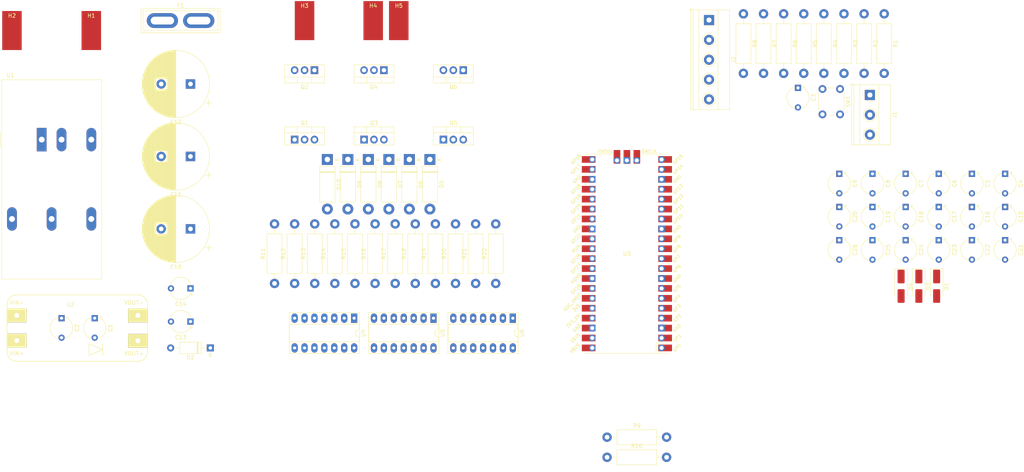
<source format=kicad_pcb>
(kicad_pcb (version 20221018) (generator pcbnew)
  (layers (0 "F.Cu" signal) (31 "B.Cu" signal) (34 "B.Paste" user) (35 "F.Paste" user) (36 "B.SilkS" user "B.Silkscreen") (37 "F.SilkS" user "F.Silkscreen") (38 "B.Mask" user) (39 "F.Mask" user) (44 "Edge.Cuts" user))
  (net 0 "")
  (net 1 "GND")
  (net 2 "+5V")
  (net 3 "THROTTLE")
  (net 4 "+12V")
  (net 5 "/gate/GND")
  (net 6 "Net-(D1-K)")
  (net 7 "COM_A")
  (net 8 "V_RAW")
  (net 9 "Net-(D3-K)")
  (net 10 "COM_B")
  (net 11 "Net-(D4-K)")
  (net 12 "COM_C")
  (net 13 "DRV_AH")
  (net 14 "DRV_AL")
  (net 15 "DRV_BH")
  (net 16 "DRV_BL")
  (net 17 "DRV_CH")
  (net 18 "DRV_CL")
  (net 19 "Net-(F1-Pad1)")
  (net 20 "Net-(J1-Pin_2)")
  (net 21 "Net-(J2-Pin_3)")
  (net 22 "Net-(J2-Pin_4)")
  (net 23 "Net-(J2-Pin_5)")
  (net 24 "Net-(Q1-G)")
  (net 25 "Net-(Q2-G)")
  (net 26 "Net-(Q3-G)")
  (net 27 "Net-(Q4-G)")
  (net 28 "Net-(Q5-G)")
  (net 29 "Net-(Q6-G)")
  (net 30 "HALL_C")
  (net 31 "HALL_B")
  (net 32 "HALL_A")
  (net 33 "VSENSE")
  (net 34 "Net-(U3-RUN)")
  (net 54 "CTRL_AH")
  (net 55 "CTRL_AL")
  (net 57 "CTRL_BH")
  (net 58 "CTRL_BL")
  (net 59 "CTRL_CH")
  (net 60 "CTRL_CL")
  (footprint "Connector_Wire:SolderWirePad_1x01_SMD_5x10mm" (layer "F.Cu") (at 124.46 48.26)
    (fp_text reference "H5" (at 0 -3.81) (layer "F.SilkS"))
    (fp_text value "PAD_C")
    (pad "1" smd rect (at 0 0) (size 5 10) (layers "F.Cu" "F.Paste" "F.Mask") (net 12 "COM_C"))
  )
  (footprint "Diode_SMD:D_SMA_Handsoldering" (layer "F.Cu") (at 262.195 116.29 -90)
    (fp_text reference "D1" (at 0 -2.5 90) (layer "F.SilkS"))
    (fp_text value "D")
    (pad "1" smd roundrect (at -2.5 0 270) (size 3.5 1.8) (layers "F.Cu" "F.Paste" "F.Mask") (roundrect_rratio 0.1388888889) (net 6 "Net-(D1-K)"))
    (pad "2" smd roundrect (at 2.5 0 270) (size 3.5 1.8) (layers "F.Cu" "F.Paste" "F.Mask") (roundrect_rratio 0.1388888889) (net 4 "+12V"))
  )
  (footprint "Package_TO_SOT_THT:TO-220-3_Vertical" (layer "F.Cu") (at 135.89 78.74)
    (fp_text reference "Q5" (at 2.54 -4.27) (layer "F.SilkS"))
    (fp_text value "BSP89")
    (pad "1" thru_hole rect (at 0 0) (size 1.905 2) (drill 1.1) (layers "*.Cu" "*.Mask") (net 28 "Net-(Q5-G)"))
    (pad "2" thru_hole oval (at 2.54 0) (size 1.905 2) (drill 1.1) (layers "*.Cu" "*.Mask") (net 8 "V_RAW"))
    (pad "3" thru_hole oval (at 5.08 0) (size 1.905 2) (drill 1.1) (layers "*.Cu" "*.Mask") (net 12 "COM_C"))
  )
  (footprint "Capacitor_THT:CP_Radial_Tantal_D5.5mm_P5.00mm" (layer "F.Cu") (at 279.725 87.495 -90)
    (fp_text reference "C4" (at 2.5 -4 90) (layer "F.SilkS"))
    (fp_text value "100n")
    (pad "1" thru_hole rect (at 0 0 270) (size 1.6 1.6) (drill 0.8) (layers "*.Cu" "*.Mask") (net 4 "+12V"))
    (pad "2" thru_hole circle (at 5 0 270) (size 1.6 1.6) (drill 0.8) (layers "*.Cu" "*.Mask") (net 5 "/gate/GND"))
  )
  (footprint "Connector_Wire:SolderWirePad_1x01_SMD_5x10mm" (layer "F.Cu") (at 25.4 50.8)
    (fp_text reference "H2" (at 0 -3.81) (layer "F.SilkS"))
    (fp_text value "GND")
    (pad "1" smd rect (at 0 0) (size 5 10) (layers "F.Cu" "F.Paste" "F.Mask") (net 1 "GND"))
  )
  (footprint "Package_DIP:DIP-14_W7.62mm_Socket_LongPads" (layer "F.Cu") (at 133.35 124.47 -90)
    (fp_text reference "U5" (at 3.81 -2.33 90) (layer "F.SilkS"))
    (fp_text value "IR2110")
    (pad "1" thru_hole rect (at 0 0 270) (size 2.4 1.6) (drill 0.8) (layers "*.Cu" "*.Mask") (net 16 "DRV_BL"))
    (pad "2" thru_hole oval (at 0 2.54 270) (size 2.4 1.6) (drill 0.8) (layers "*.Cu" "*.Mask"))
    (pad "3" thru_hole oval (at 0 5.08 270) (size 2.4 1.6) (drill 0.8) (layers "*.Cu" "*.Mask") (net 4 "+12V"))
    (pad "4" thru_hole oval (at 0 7.62 270) (size 2.4 1.6) (drill 0.8) (layers "*.Cu" "*.Mask"))
    (pad "5" thru_hole oval (at 0 10.16 270) (size 2.4 1.6) (drill 0.8) (layers "*.Cu" "*.Mask") (net 10 "COM_B"))
    (pad "6" thru_hole oval (at 0 12.7 270) (size 2.4 1.6) (drill 0.8) (layers "*.Cu" "*.Mask") (net 9 "Net-(D3-K)"))
    (pad "7" thru_hole oval (at 0 15.24 270) (size 2.4 1.6) (drill 0.8) (layers "*.Cu" "*.Mask") (net 15 "DRV_BH"))
    (pad "8" thru_hole oval (at 7.62 15.24 270) (size 2.4 1.6) (drill 0.8) (layers "*.Cu" "*.Mask"))
    (pad "9" thru_hole oval (at 7.62 12.7 270) (size 2.4 1.6) (drill 0.8) (layers "*.Cu" "*.Mask") (net 4 "+12V"))
    (pad "10" thru_hole oval (at 7.62 10.16 270) (size 2.4 1.6) (drill 0.8) (layers "*.Cu" "*.Mask") (net 57 "CTRL_BH"))
    (pad "11" thru_hole oval (at 7.62 7.62 270) (size 2.4 1.6) (drill 0.8) (layers "*.Cu" "*.Mask"))
    (pad "12" thru_hole oval (at 7.62 5.08 270) (size 2.4 1.6) (drill 0.8) (layers "*.Cu" "*.Mask") (net 58 "CTRL_BL"))
    (pad "13" thru_hole oval (at 7.62 2.54 270) (size 2.4 1.6) (drill 0.8) (layers "*.Cu" "*.Mask"))
    (pad "14" thru_hole oval (at 7.62 0 270) (size 2.4 1.6) (drill 0.8) (layers "*.Cu" "*.Mask"))
  )
  (footprint "Diode_THT:D_5W_P12.70mm_Horizontal" (layer "F.Cu") (at 132.42 83.82 -90)
    (fp_text reference "D5" (at 6.35 -2.97 90) (layer "F.SilkS"))
    (fp_text value "D_Zener")
    (fp_text user "K" (at 0 -2.4 90) (layer "F.SilkS"))
    (pad "1" thru_hole rect (at 0 0 270) (size 2.8 2.8) (drill 1.4) (layers "*.Cu" "*.Mask") (net 13 "DRV_AH"))
    (pad "2" thru_hole oval (at 12.7 0 270) (size 2.8 2.8) (drill 1.4) (layers "*.Cu" "*.Mask") (net 7 "COM_A"))
  )
  (footprint "Capacitor_THT:CP_Radial_Tantal_D5.5mm_P5.00mm" (layer "F.Cu") (at 71.12 125.33 180)
    (fp_text reference "C13" (at 2.5 -4) (layer "F.SilkS"))
    (fp_text value "1uF")
    (pad "1" thru_hole rect (at 0 0 180) (size 1.6 1.6) (drill 0.8) (layers "*.Cu" "*.Mask") (net 8 "V_RAW"))
    (pad "2" thru_hole circle (at 5 0 180) (size 1.6 1.6) (drill 0.8) (layers "*.Cu" "*.Mask") (net 1 "GND"))
  )
  (footprint "Connector_Wire:SolderWirePad_1x01_SMD_5x10mm" (layer "F.Cu") (at 117.91 48.26)
    (fp_text reference "H4" (at 0 -3.81) (layer "F.SilkS"))
    (fp_text value "PAD_B")
    (pad "1" smd rect (at 0 0) (size 5 10) (layers "F.Cu" "F.Paste" "F.Mask") (net 10 "COM_B"))
  )
  (footprint "Capacitor_THT:CP_Radial_D17.0mm_P7.50mm" (layer "F.Cu") (at 71.12 83.05 180)
    (fp_text reference "C11" (at 3.75 -9.75) (layer "F.SilkS"))
    (fp_text value "470uF")
    (pad "1" thru_hole rect (at 0 0 180) (size 2.4 2.4) (drill 1.2) (layers "*.Cu" "*.Mask") (net 8 "V_RAW"))
    (pad "2" thru_hole circle (at 7.5 0 180) (size 2.4 2.4) (drill 1.2) (layers "*.Cu" "*.Mask") (net 1 "GND"))
  )
  (footprint "Resistor_THT:R_Axial_DIN0411_L9.9mm_D3.6mm_P15.24mm_Horizontal" (layer "F.Cu") (at 233.32 46.53 -90)
    (fp_text reference "R4" (at 7.62 -2.92 90) (layer "F.SilkS"))
    (fp_text value "2,2k")
    (pad "1" thru_hole circle (at 0 0 270) (size 2.4 2.4) (drill 1.2) (layers "*.Cu" "*.Mask") (net 23 "Net-(J2-Pin_5)"))
    (pad "2" thru_hole oval (at 15.24 0 270) (size 2.4 2.4) (drill 1.2) (layers "*.Cu" "*.Mask") (net 30 "HALL_C"))
  )
  (footprint "Package_TO_SOT_THT:TO-220-3_Vertical" (layer "F.Cu") (at 120.65 60.96 180)
    (fp_text reference "Q4" (at 2.54 -4.27) (layer "F.SilkS"))
    (fp_text value "BSP89")
    (pad "1" thru_hole rect (at 0 0 180) (size 1.905 2) (drill 1.1) (layers "*.Cu" "*.Mask") (net 27 "Net-(Q4-G)"))
    (pad "2" thru_hole oval (at 2.54 0 180) (size 1.905 2) (drill 1.1) (layers "*.Cu" "*.Mask") (net 10 "COM_B"))
    (pad "3" thru_hole oval (at 5.08 0 180) (size 1.905 2) (drill 1.1) (layers "*.Cu" "*.Mask") (net 1 "GND"))
  )
  (footprint "Diode_THT:D_A-405_P10.16mm_Horizontal" (layer "F.Cu") (at 76.2 132.08 180)
    (fp_text reference "D2" (at 5.08 -2.47) (layer "F.SilkS"))
    (fp_text value "B120-E3")
    (fp_text user "K" (at 0 -1.9) (layer "F.SilkS"))
    (pad "1" thru_hole rect (at 0 0 180) (size 1.8 1.8) (drill 0.9) (layers "*.Cu" "*.Mask") (net 8 "V_RAW"))
    (pad "2" thru_hole oval (at 10.16 0 180) (size 1.8 1.8) (drill 0.9) (layers "*.Cu" "*.Mask") (net 1 "GND"))
  )
  (footprint "Resistor_THT:R_Axial_DIN0411_L9.9mm_D3.6mm_P15.24mm_Horizontal" (layer "F.Cu") (at 248.77 46.53 -90)
    (fp_text reference "R1" (at 7.62 -2.92 90) (layer "F.SilkS"))
    (fp_text value "47k")
    (pad "1" thru_hole circle (at 0 0 270) (size 2.4 2.4) (drill 1.2) (layers "*.Cu" "*.Mask") (net 20 "Net-(J1-Pin_2)"))
    (pad "2" thru_hole oval (at 15.24 0 270) (size 2.4 2.4) (drill 1.2) (layers "*.Cu" "*.Mask") (net 3 "THROTTLE"))
  )
  (footprint "TerminalBlock_Phoenix:TerminalBlock_Phoenix_MKDS-1,5-3-5.08_1x03_P5.08mm_Horizontal" (layer "F.Cu") (at 245.11 67.31 -90)
    (fp_text reference "J1" (at 5.08 -6.26 90) (layer "F.SilkS"))
    (fp_text value "Screw_Terminal_01x03")
    (pad "1" thru_hole rect (at 0 0 270) (size 2.6 2.6) (drill 1.3) (layers "*.Cu" "*.Mask") (net 1 "GND"))
    (pad "2" thru_hole circle (at 5.08 0 270) (size 2.6 2.6) (drill 1.3) (layers "*.Cu" "*.Mask") (net 20 "Net-(J1-Pin_2)"))
    (pad "3" thru_hole circle (at 10.16 0 270) (size 2.6 2.6) (drill 1.3) (layers "*.Cu" "*.Mask") (net 2 "+5V"))
  )
  (footprint "Capacitor_THT:CP_Radial_Tantal_D5.5mm_P5.00mm" (layer "F.Cu") (at 245.765 87.495 -90)
    (fp_text reference "C8" (at 2.5 -4 90) (layer "F.SilkS"))
    (fp_text value "1u")
    (pad "1" thru_hole rect (at 0 0 270) (size 1.6 1.6) (drill 0.8) (layers "*.Cu" "*.Mask") (net 6 "Net-(D1-K)"))
    (pad "2" thru_hole circle (at 5 0 270) (size 1.6 1.6) (drill 0.8) (layers "*.Cu" "*.Mask") (net 7 "COM_A"))
  )
  (footprint "Resistor_THT:R_Axial_DIN0411_L9.9mm_D3.6mm_P15.24mm_Horizontal" (layer "F.Cu") (at 133.84 115.57 90)
    (fp_text reference "R19" (at 7.62 -2.92 90) (layer "F.SilkS"))
    (fp_text value "10k")
    (pad "1" thru_hole circle (at 0 0 90) (size 2.4 2.4) (drill 1.2) (layers "*.Cu" "*.Mask") (net 10 "COM_B"))
    (pad "2" thru_hole oval (at 15.24 0 90) (size 2.4 2.4) (drill 1.2) (layers "*.Cu" "*.Mask") (net 26 "Net-(Q3-G)"))
  )
  (footprint "Resistor_THT:R_Axial_DIN0411_L9.9mm_D3.6mm_P15.24mm_Horizontal" (layer "F.Cu") (at 113.24 115.57 90)
    (fp_text reference "R15" (at 7.62 -2.92 90) (layer "F.SilkS"))
    (fp_text value "100")
    (pad "1" thru_hole circle (at 0 0 90) (size 2.4 2.4) (drill 1.2) (layers "*.Cu" "*.Mask") (net 17 "DRV_CH"))
    (pad "2" thru_hole oval (at 15.24 0 90) (size 2.4 2.4) (drill 1.2) (layers "*.Cu" "*.Mask") (net 28 "Net-(Q5-G)"))
  )
  (footprint "Capacitor_THT:CP_Radial_Tantal_D5.5mm_P5.00mm" (layer "F.Cu") (at 237.275 95.985 -90)
    (fp_text reference "C20" (at 2.5 -4 90) (layer "F.SilkS"))
    (fp_text value "1u")
    (pad "1" thru_hole rect (at 0 0 270) (size 1.6 1.6) (drill 0.8) (layers "*.Cu" "*.Mask") (net 9 "Net-(D3-K)"))
    (pad "2" thru_hole circle (at 5 0 270) (size 1.6 1.6) (drill 0.8) (layers "*.Cu" "*.Mask") (net 10 "COM_B"))
  )
  (footprint "TerminalBlock_Phoenix:TerminalBlock_Phoenix_MKDS-1,5-5-5.08_1x05_P5.08mm_Horizontal" (layer "F.Cu") (at 203.91 48.12 -90)
    (fp_text reference "J2" (at 10.16 -6.26 90) (layer "F.SilkS"))
    (fp_text value "Screw_Terminal_01x05")
    (pad "1" thru_hole rect (at 0 0 270) (size 2.6 2.6) (drill 1.3) (layers "*.Cu" "*.Mask") (net 1 "GND"))
    (pad "2" thru_hole circle (at 5.08 0 270) (size 2.6 2.6) (drill 1.3) (layers "*.Cu" "*.Mask") (net 2 "+5V"))
    (pad "3" thru_hole circle (at 10.16 0 270) (size 2.6 2.6) (drill 1.3) (layers "*.Cu" "*.Mask") (net 21 "Net-(J2-Pin_3)"))
    (pad "4" thru_hole circle (at 15.24 0 270) (size 2.6 2.6) (drill 1.3) (layers "*.Cu" "*.Mask") (net 22 "Net-(J2-Pin_4)"))
    (pad "5" thru_hole circle (at 20.32 0 270) (size 2.6 2.6) (drill 1.3) (layers "*.Cu" "*.Mask") (net 23 "Net-(J2-Pin_5)"))
  )
  (footprint "Resistor_THT:R_Axial_DIN0411_L9.9mm_D3.6mm_P15.24mm_Horizontal" (layer "F.Cu") (at 228.17 46.53 -90)
    (fp_text reference "R5" (at 7.62 -2.92 90) (layer "F.SilkS"))
    (fp_text value "2,2k")
    (pad "1" thru_hole circle (at 0 0 270) (size 2.4 2.4) (drill 1.2) (layers "*.Cu" "*.Mask") (net 2 "+5V"))
    (pad "2" thru_hole oval (at 15.24 0 270) (size 2.4 2.4) (drill 1.2) (layers "*.Cu" "*.Mask") (net 22 "Net-(J2-Pin_4)"))
  )
  (footprint "Capacitor_THT:CP_Radial_Tantal_D5.5mm_P5.00mm" (layer "F.Cu") (at 271.235 104.475 -90)
    (fp_text reference "C22" (at 2.5 -4 90) (layer "F.SilkS"))
    (fp_text value "1u")
    (pad "1" thru_hole rect (at 0 0 270) (size 1.6 1.6) (drill 0.8) (layers "*.Cu" "*.Mask") (net 4 "+12V"))
    (pad "2" thru_hole circle (at 5 0 270) (size 1.6 1.6) (drill 0.8) (layers "*.Cu" "*.Mask") (net 5 "/gate/GND"))
  )
  (footprint "Diode_THT:D_5W_P12.70mm_Horizontal" (layer "F.Cu") (at 106.17 83.82 -90)
    (fp_text reference "D10" (at 6.35 -2.97 90) (layer "F.SilkS"))
    (fp_text value "D_Zener")
    (fp_text user "K" (at 0 -2.4 90) (layer "F.SilkS"))
    (pad "1" thru_hole rect (at 0 0 270) (size 2.8 2.8) (drill 1.4) (layers "*.Cu" "*.Mask") (net 18 "DRV_CL"))
    (pad "2" thru_hole oval (at 12.7 0 270) (size 2.8 2.8) (drill 1.4) (layers "*.Cu" "*.Mask") (net 1 "GND"))
  )
  (footprint "Converter_DCDC:Converter_DCDC_TRACO_TEN20-xxxx_THT" (layer "F.Cu") (at 33.02 78.74)
    (fp_text reference "U1" (at -8 -16.5) (layer "F.SilkS"))
    (fp_text value "TEN20-4811WIN")
    (pad "1" thru_hole rect (at 0 0 90) (size 6 2.5) (drill 1.5) (layers "*.Cu" "*.Mask") (net 8 "V_RAW"))
    (pad "2" thru_hole oval (at 5.08 0 90) (size 6 2.5) (drill 1.5) (layers "*.Cu" "*.Mask") (net 1 "GND"))
    (pad "3" thru_hole oval (at -7.62 20.32 90) (size 6 2.5) (drill 1.5) (layers "*.Cu" "*.Mask") (net 2 "+5V"))
    (pad "4" thru_hole oval (at 2.54 20.32 90) (size 6 2.5) (drill 1.5) (layers "*.Cu" "*.Mask"))
    (pad "5" thru_hole oval (at 12.7 20.32 90) (size 6 2.5) (drill 1.5) (layers "*.Cu" "*.Mask") (net 1 "GND"))
    (pad "6" thru_hole oval (at 12.7 0 90) (size 6 2.5) (drill 1.5) (layers "*.Cu" "*.Mask"))
  )
  (footprint "Capacitor_THT:CP_Radial_Tantal_D5.5mm_P5.00mm" (layer "F.Cu") (at 254.255 95.985 -90)
    (fp_text reference "C18" (at 2.5 -4 90) (layer "F.SilkS"))
    (fp_text value "100n")
    (pad "1" thru_hole rect (at 0 0 270) (size 1.6 1.6) (drill 0.8) (layers "*.Cu" "*.Mask") (net 9 "Net-(D3-K)"))
    (pad "2" thru_hole circle (at 5 0 270) (size 1.6 1.6) (drill 0.8) (layers "*.Cu" "*.Mask") (net 10 "COM_B"))
  )
  (footprint "Package_TO_SOT_THT:TO-220-3_Vertical" (layer "F.Cu") (at 102.87 60.96 180)
    (fp_text reference "Q2" (at 2.54 -4.27) (layer "F.SilkS"))
    (fp_text value "BSP89")
    (pad "1" thru_hole rect (at 0 0 180) (size 1.905 2) (drill 1.1) (layers "*.Cu" "*.Mask") (net 25 "Net-(Q2-G)"))
    (pad "2" thru_hole oval (at 2.54 0 180) (size 1.905 2) (drill 1.1) (layers "*.Cu" "*.Mask") (net 7 "COM_A"))
    (pad "3" thru_hole oval (at 5.08 0 180) (size 1.905 2) (drill 1.1) (layers "*.Cu" "*.Mask") (net 1 "GND"))
  )
  (footprint "Diode_THT:D_5W_P12.70mm_Horizontal" (layer "F.Cu") (at 116.67 83.82 -90)
    (fp_text reference "D8" (at 6.35 -2.97 90) (layer "F.SilkS"))
    (fp_text value "D_Zener")
    (fp_text user "K" (at 0 -2.4 90) (layer "F.SilkS"))
    (pad "1" thru_hole rect (at 0 0 270) (size 2.8 2.8) (drill 1.4) (layers "*.Cu" "*.Mask") (net 16 "DRV_BL"))
    (pad "2" thru_hole oval (at 12.7 0 270) (size 2.8 2.8) (drill 1.4) (layers "*.Cu" "*.Mask") (net 1 "GND"))
  )
  (footprint "Resistor_THT:R_Axial_DIN0411_L9.9mm_D3.6mm_P15.24mm_Horizontal" (layer "F.Cu") (at 108.09 115.57 90)
    (fp_text reference "R14" (at 7.62 -2.92 90) (layer "F.SilkS"))
    (fp_text value "100")
    (pad "1" thru_hole circle (at 0 0 90) (size 2.4 2.4) (drill 1.2) (layers "*.Cu" "*.Mask") (net 16 "DRV_BL"))
    (pad "2" thru_hole oval (at 15.24 0 90) (size 2.4 2.4) (drill 1.2) (layers "*.Cu" "*.Mask") (net 27 "Net-(Q4-G)"))
  )
  (footprint "Package_TO_SOT_THT:TO-220-3_Vertical" (layer "F.Cu") (at 140.97 60.96 180)
    (fp_text reference "Q6" (at 2.54 -4.27) (layer "F.SilkS"))
    (fp_text value "BSP89")
    (pad "1" thru_hole rect (at 0 0 180) (size 1.905 2) (drill 1.1) (layers "*.Cu" "*.Mask") (net 29 "Net-(Q6-G)"))
    (pad "2" thru_hole oval (at 2.54 0 180) (size 1.905 2) (drill 1.1) (layers "*.Cu" "*.Mask") (net 12 "COM_C"))
    (pad "3" thru_hole oval (at 5.08 0 180) (size 1.905 2) (drill 1.1) (layers "*.Cu" "*.Mask") (net 1 "GND"))
  )
  (footprint "Capacitor_THT:CP_Radial_Tantal_D5.5mm_P5.00mm" (layer "F.Cu") (at 38.1 124.46 -90)
    (fp_text reference "C2" (at 2.5 -4 90) (layer "F.SilkS"))
    (fp_text value "100nF")
    (pad "1" thru_hole rect (at 0 0 270) (size 1.6 1.6) (drill 0.8) (layers "*.Cu" "*.Mask") (net 1 "GND"))
    (pad "2" thru_hole circle (at 5 0 270) (size 1.6 1.6) (drill 0.8) (layers "*.Cu" "*.Mask") (net 2 "+5V"))
  )
  (footprint "Capacitor_THT:CP_Radial_Tantal_D5.5mm_P5.00mm" (layer "F.Cu") (at 262.745 95.985 -90)
    (fp_text reference "C17" (at 2.5 -4 90) (layer "F.SilkS"))
    (fp_text value "100n")
    (pad "1" thru_hole rect (at 0 0 270) (size 1.6 1.6) (drill 0.8) (layers "*.Cu" "*.Mask") (net 4 "+12V"))
    (pad "2" thru_hole circle (at 5 0 270) (size 1.6 1.6) (drill 0.8) (layers "*.Cu" "*.Mask") (net 5 "/gate/GND"))
  )
  (footprint "Package_TO_SOT_THT:TO-220-3_Vertical" (layer "F.Cu") (at 115.57 78.74)
    (fp_text reference "Q3" (at 2.54 -4.27) (layer "F.SilkS"))
    (fp_text value "BSP89")
    (pad "1" thru_hole rect (at 0 0) (size 1.905 2) (drill 1.1) (layers "*.Cu" "*.Mask") (net 26 "Net-(Q3-G)"))
    (pad "2" thru_hole oval (at 2.54 0) (size 1.905 2) (drill 1.1) (layers "*.Cu" "*.Mask") (net 8 "V_RAW"))
    (pad "3" thru_hole oval (at 5.08 0) (size 1.905 2) (drill 1.1) (layers "*.Cu" "*.Mask") (net 10 "COM_B"))
  )
  (footprint "Resistor_THT:R_Axial_DIN0411_L9.9mm_D3.6mm_P15.24mm_Horizontal" (layer "F.Cu") (at 123.54 115.57 90)
    (fp_text reference "R17" (at 7.62 -2.92 90) (layer "F.SilkS"))
    (fp_text value "10k")
    (pad "1" thru_hole circle (at 0 0 90) (size 2.4 2.4) (drill 1.2) (layers "*.Cu" "*.Mask") (net 7 "COM_A"))
    (pad "2" thru_hole oval (at 15.24 0 90) (size 2.4 2.4) (drill 1.2) (layers "*.Cu" "*.Mask") (net 24 "Net-(Q1-G)"))
  )
  (footprint "Capacitor_THT:CP_Radial_Tantal_D5.5mm_P5.00mm" (layer "F.Cu") (at 262.745 104.475 -90)
    (fp_text reference "C23" (at 2.5 -4 90) (layer "F.SilkS"))
    (fp_text value "100n")
    (pad "1" thru_hole rect (at 0 0 270) (size 1.6 1.6) (drill 0.8) (layers "*.Cu" "*.Mask") (net 4 "+12V"))
    (pad "2" thru_hole circle (at 5 0 270) (size 1.6 1.6) (drill 0.8) (layers "*.Cu" "*.Mask") (net 5 "/gate/GND"))
  )
  (footprint "Capacitor_THT:CP_Radial_Tantal_D5.5mm_P5.00mm" (layer "F.Cu") (at 237.275 87.495 -90)
    (fp_text reference "C9" (at 2.5 -4 90) (layer "F.SilkS"))
    (fp_text value "1u")
    (pad "1" thru_hole rect (at 0 0 270) (size 1.6 1.6) (drill 0.8) (layers "*.Cu" "*.Mask") (net 4 "+12V"))
    (pad "2" thru_hole circle (at 5 0 270) (size 1.6 1.6) (drill 0.8) (layers "*.Cu" "*.Mask") (net 5 "/gate/GND"))
  )
  (footprint "Resistor_THT:R_Axial_DIN0411_L9.9mm_D3.6mm_P15.24mm_Horizontal" (layer "F.Cu") (at 243.62 46.53 -90)
    (fp_text reference "R2" (at 7.62 -2.92 90) (layer "F.SilkS"))
    (fp_text value "47k")
    (pad "1" thru_hole circle (at 0 0 270) (size 2.4 2.4) (drill 1.2) (layers "*.Cu" "*.Mask") (net 3 "THROTTLE"))
    (pad "2" thru_hole oval (at 15.24 0 270) (size 2.4 2.4) (drill 1.2) (layers "*.Cu" "*.Mask") (net 1 "GND"))
  )
  (footprint "Resistor_THT:R_Axial_DIN0411_L9.9mm_D3.6mm_P15.24mm_Horizontal" (layer "F.Cu") (at 212.72 46.53 -90)
    (fp_text reference "R8" (at 7.62 -2.92 90) (layer "F.SilkS"))
    (fp_text value "2,2k")
    (pad "1" thru_hole circle (at 0 0 270) (size 2.4 2.4) (drill 1.2) (layers "*.Cu" "*.Mask") (net 21 "Net-(J2-Pin_3)"))
    (pad "2" thru_hole oval (at 15.24 0 270) (size 2.4 2.4) (drill 1.2) (layers "*.Cu" "*.Mask") (net 32 "HALL_A"))
  )
  (footprint "Capacitor_THT:CP_Radial_Tantal_D5.5mm_P5.00mm" (layer "F.Cu") (at 279.725 95.985 -90)
    (fp_text reference "C15" (at 2.5 -4 90) (layer "F.SilkS"))
    (fp_text value "100n")
    (pad "1" thru_hole rect (at 0 0 270) (size 1.6 1.6) (drill 0.8) (layers "*.Cu" "*.Mask") (net 4 "+12V"))
    (pad "2" thru_hole circle (at 5 0 270) (size 1.6 1.6) (drill 0.8) (layers "*.Cu" "*.Mask") (net 5 "/gate/GND"))
  )
  (footprint "Capacitor_THT:CP_Radial_Tantal_D5.5mm_P5.00mm" (layer "F.Cu") (at 245.765 104.475 -90)
    (fp_text reference "C25" (at 2.5 -4 90) (layer "F.SilkS"))
    (fp_text value "1u")
    (pad "1" thru_hole rect (at 0 0 270) (size 1.6 1.6) (drill 0.8) (layers "*.Cu" "*.Mask") (net 4 "+12V"))
    (pad "2" thru_hole circle (at 5 0 270) (size 1.6 1.6) (drill 0.8) (layers "*.Cu" "*.Mask") (net 5 "/gate/GND"))
  )
  (footprint "Capacitor_THT:CP_Radial_Tantal_D5.5mm_P5.00mm" (layer "F.Cu") (at 46.59 124.46 -90)
    (fp_text reference "C1" (at 2.5 -4 90) (layer "F.SilkS"))
    (fp_text value "100nF")
    (pad "1" thru_hole rect (at 0 0 270) (size 1.6 1.6) (drill 0.8) (layers "*.Cu" "*.Mask") (net 1 "GND"))
    (pad "2" thru_hole circle (at 5 0 270) (size 1.6 1.6) (drill 0.8) (layers "*.Cu" "*.Mask") (net 2 "+5V"))
  )
  (footprint "Button_Switch_THT:SW_PUSH_6mm" (layer "F.Cu") (at 237.46 65.77 -90)
    (fp_text reference "SW1" (at 3.25 -2 90) (layer "F.SilkS"))
    (fp_text value "SW_Push")
    (pad "1" thru_hole circle (at 0 0) (size 2 2) (drill 1.1) (layers "*.Cu" "*.Mask") (net 34 "Net-(U3-RUN)"))
    (pad "1" thru_hole circle (at 6.5 0) (size 2 2) (drill 1.1) (layers "*.Cu" "*.Mask") (net 34 "Net-(U3-RUN)"))
    (pad "2" thru_hole circle (at 0 4.5) (size 2 2) (drill 1.1) (layers "*.Cu" "*.Mask") (net 1 "GND"))
    (pad "2" thru_hole circle (at 6.5 4.5) (size 2 2) (drill 1.1) (layers "*.Cu" "*.Mask") (net 1 "GND"))
  )
  (footprint "Resistor_THT:R_Axial_DIN0411_L9.9mm_D3.6mm_P15.24mm_Horizontal" (layer "F.Cu") (at 128.69 115.57 90)
    (fp_text reference "R18" (at 7.62 -2.92 90) (layer "F.SilkS"))
    (fp_text value "10k")
    (pad "1" thru_hole circle (at 0 0 90) (size 2.4 2.4) (drill 1.2) (layers "*.Cu" "*.Mask") (net 1 "GND"))
    (pad "2" thru_hole oval (at 15.24 0 90) (size 2.4 2.4) (drill 1.2) (layers "*.Cu" "*.Mask") (net 25 "Net-(Q2-G)"))
  )
  (footprint "Capacitor_THT:CP_Radial_Tantal_D5.5mm_P5.00mm" (layer "F.Cu") (at 226.69 65.49 -90)
    (fp_text reference "C3" (at 2.5 -4 90) (layer "F.SilkS"))
    (fp_text value "22nF")
    (pad "1" thru_hole rect (at 0 0 270) (size 1.6 1.6) (drill 0.8) (layers "*.Cu" "*.Mask") (net 3 "THROTTLE"))
    (pad "2" thru_hole circle (at 5 0 270) (size 1.6 1.6) (drill 0.8) (layers "*.Cu" "*.Mask") (net 1 "GND"))
  )
  (footprint "Connector_Wire:SolderWirePad_1x01_SMD_5x10mm" (layer "F.Cu") (at 45.72 50.8)
    (fp_text reference "H1" (at 0 -3.81) (layer "F.SilkS"))
    (fp_text value "V_RAW")
    (pad "1" smd rect (at 0 0) (size 5 10) (layers "F.Cu" "F.Paste" "F.Mask") (net 19 "Net-(F1-Pad1)"))
  )
  (footprint "Capacitor_THT:CP_Radial_Tantal_D5.5mm_P5.00mm" (layer "F.Cu") (at 271.235 95.985 -90)
    (fp_text reference "C16" (at 2.5 -4 90) (layer "F.SilkS"))
    (fp_text value "1u")
    (pad "1" thru_hole rect (at 0 0 270) (size 1.6 1.6) (drill 0.8) (layers "*.Cu" "*.Mask") (net 4 "+12V"))
    (pad "2" thru_hole circle (at 5 0 270) (size 1.6 1.6) (drill 0.8) (layers "*.Cu" "*.Mask") (net 5 "/gate/GND"))
  )
  (footprint "Capacitor_THT:CP_Radial_Tantal_D5.5mm_P5.00mm" (layer "F.Cu") (at 271.235 87.495 -90)
    (fp_text reference "C5" (at 2.5 -4 90) (layer "F.SilkS"))
    (fp_text value "1u")
    (pad "1" thru_hole rect (at 0 0 270) (size 1.6 1.6) (drill 0.8) (layers "*.Cu" "*.Mask") (net 4 "+12V"))
    (pad "2" thru_hole circle (at 5 0 270) (size 1.6 1.6) (drill 0.8) (layers "*.Cu" "*.Mask") (net 5 "/gate/GND"))
  )
  (footprint "Capacitor_THT:CP_Radial_Tantal_D5.5mm_P5.00mm" (layer "F.Cu") (at 254.255 104.475 -90)
    (fp_text reference "C24" (at 2.5 -4 90) (layer "F.SilkS"))
    (fp_text value "100n")
    (pad "1" thru_hole rect (at 0 0 270) (size 1.6 1.6) (drill 0.8) (layers "*.Cu" "*.Mask") (net 11 "Net-(D4-K)"))
    (pad "2" thru_hole circle (at 5 0 270) (size 1.6 1.6) (drill 0.8) (layers "*.Cu" "*.Mask") (net 12 "COM_C"))
  )
  (footprint "Capacitor_THT:CP_Radial_Tantal_D5.5mm_P5.00mm" (layer "F.Cu") (at 262.745 87.495 -90)
    (fp_text reference "C6" (at 2.5 -4 90) (layer "F.SilkS"))
    (fp_text value "100n")
    (pad "1" thru_hole rect (at 0 0 270) (size 1.6 1.6) (drill 0.8) (layers "*.Cu" "*.Mask") (net 6 "Net-(D1-K)"))
    (pad "2" thru_hole circle (at 5 0 270) (size 1.6 1.6) (drill 0.8) (layers "*.Cu" "*.Mask") (net 7 "COM_A"))
  )
  (footprint "MCU_RaspberryPi_and_Boards:RPi_Pico_SMD_TH" (layer "F.Cu") (at 182.88 107.95 180)
    (fp_text reference "U3" (at 0 0) (layer "F.SilkS"))
    (fp_text value "~")
    (fp_text user "GP17" (at 13.054 21.59 45) (layer "F.SilkS") (effects (font (size 0.8 0.8))))
    (fp_text user "GP20" (at 13.054 11.43 45) (layer "F.SilkS") (effects (font (size 0.8 0.8))))
    (fp_text user "GP1" (at -12.9 -21.6 45) (layer "F.SilkS") (effects (font (size 0.8 0.8))))
    (fp_text user "GP11" (at -13.2 11.43 45) (layer "F.SilkS") (effects (font (size 0.8 0.8))))
    (fp_text user "GP0" (at -12.8 -24.13 45) (layer "F.SilkS") (effects (font (size 0.8 0.8))))
    (fp_text user "GP16" (at 13.054 24.13 45) (layer "F.SilkS") (effects (font (size 0.8 0.8))))
    (fp_text user "GND" (at -12.8 -19.05 45) (layer "F.SilkS") (effects (font (size 0.8 0.8))))
    (fp_text user "GP28" (at 13.054 -9.144 45) (layer "F.SilkS") (effects (font (size 0.8 0.8))))
    (fp_text user "GP3" (at -12.8 -13.97 45) (layer "F.SilkS") (effects (font (size 0.8 0.8))))
    (fp_text user "GND" (at -12.8 6.35 45) (layer "F.SilkS") (effects (font (size 0.8 0.8))))
    (fp_text user "VSYS" (at 13.2 -21.59 45) (layer "F.SilkS") (effects (font (size 0.8 0.8))))
    (fp_text user "GP12" (at -13.2 13.97 45) (layer "F.SilkS") (effects (font (size 0.8 0.8))))
    (fp_text user "GP7" (at -12.7 -1.3 45) (layer "F.SilkS") (effects (font (size 0.8 0.8))))
    (fp_text user "GP21" (at 13.054 8.9 45) (layer "F.SilkS") (effects (font (size 0.8 0.8))))
    (fp_text user "GP26" (at 13.054 -1.27 45) (layer "F.SilkS") (effects (font (size 0.8 0.8))))
    (fp_text user "SWCLK" (at -5.7 26.2) (layer "F.SilkS") (effects (font (size 0.8 0.8))))
    (fp_text user "GP10" (at -13.054 8.89 45) (layer "F.SilkS") (effects (font (size 0.8 0.8))))
    (fp_text user "GP2" (at -12.9 -16.51 45) (layer "F.SilkS") (effects (font (size 0.8 0.8))))
    (fp_text user "GP8" (at -12.8 1.27 45) (layer "F.SilkS") (effects (font (size 0.8 0.8))))
    (fp_text user "GND" (at -12.8 -6.35 45) (layer "F.SilkS") (effects (font (size 0.8 0.8))))
    (fp_text user "VBUS" (at 13.3 -24.2 45) (layer "F.SilkS") (effects (font (size 0.8 0.8))))
    (fp_text user "GP15" (at -13.054 24.13 45) (layer "F.SilkS") (effects (font (size 0.8 0.8))))
    (fp_text user "SWDIO" (at 5.6 26.2) (layer "F.SilkS") (effects (font (size 0.8 0.8))))
    (fp_text user "GP4" (at -12.8 -11.43 45) (layer "F.SilkS") (effects (font (size 0.8 0.8))))
    (fp_text user "ADC_VREF" (at 14 -12.5 45) (layer "F.SilkS") (effects (font (size 0.8 0.8))))
    (fp_text user "AGND" (at 13.054 -6.35 45) (layer "F.SilkS") (effects (font (size 0.8 0.8))))
    (fp_text user "GND" (at 12.8 6.35 45) (layer "F.SilkS") (effects (font (size 0.8 0.8))))
    (fp_text user "GP18" (at 13.054 16.51 45) (layer "F.SilkS") (effects (font (size 0.8 0.8))))
    (fp_text user "GP27" (at 13.054 -3.8 45) (layer "F.SilkS") (effects (font (size 0.8 0.8))))
    (fp_text user "GP6" (at -12.8 -3.81 45) (layer "F.SilkS") (effects (font (size 0.8 0.8))))
    (fp_text user "GP19" (at 13.054 13.97 45) (layer "F.SilkS") (effects (font (size 0.8 0.8))))
    (fp_text user "GND" (at 12.8 19.05 45) (layer "F.SilkS") (effects (font (size 0.8 0.8))))
    (fp_text user "3V3" (at 12.9 -13.9 45) (layer "F.SilkS") (effects (font (size 0.8 0.8))))
    (fp_text user "GND" (at -12.8 19.05 45) (layer "F.SilkS") (effects (font (size 0.8 0.8))))
    (fp_text user "GP22" (at 13.054 3.81 45) (layer "F.SilkS") (effects (font (size 0.8 0.8))))
    (fp_text user "GP13" (at -13.054 16.51 45) (layer "F.SilkS") (effects (font (size 0.8 0.8))))
    (fp_text user "GP9" (at -12.8 3.81 45) (layer "F.SilkS") (effects (font (size 0.8 0.8))))
    (fp_text user "GP5" (at -12.8 -8.89 45) (layer "F.SilkS") (effects (font (size 0.8 0.8))))
    (fp_text user "GND" (at 12.8 -19.05 45) (layer "F.SilkS") (effects (font (size 0.8 0.8))))
    (fp_text user "3V3_EN" (at 13.7 -17.2 45) (layer "F.SilkS") (effects (font (size 0.8 0.8))))
    (fp_text user "GP14" (at -13.1 21.59 45) (layer "F.SilkS") (effects (font (size 0.8 0.8))))
    (fp_text user "RUN" (at 13 1.27 45) (layer "F.SilkS") (effects (font (size 0.8 0.8))))
    (pad "" np_thru_hole oval (at -2.725 -24 180) (size 1.8 1.8) (drill 1.8) (layers "*.Cu" "*.Mask"))
    (pad "" np_thru_hole oval (at -2.425 -20.97 180) (size 1.5 1.5) (drill 1.5) (layers "*.Cu" "*.Mask"))
    (pad "" np_thru_hole oval (at 2.425 -20.97 180) (size 1.5 1.5) (drill 1.5) (layers "*.Cu" "*.Mask"))
    (pad "" np_thru_hole oval (at 2.725 -24 180) (size 1.8 1.8) (drill 1.8) (layers "*.Cu" "*.Mask"))
    (pad "1" thru_hole oval (at -8.89 -24.13 180) (size 1.7 1.7) (drill 1.02) (layers "*.Cu" "*.Mask"))
    (pad "1" smd rect (at -8.89 -24.13 180) (size 3.5 1.7) (drill (offset -0.9 0)) (layers "F.Cu" "F.Mask"))
    (pad "2" thru_hole oval (at -8.89 -21.59 180) (size 1.7 1.7) (drill 1.02) (layers "*.Cu" "*.Mask"))
    (pad "2" smd rect (at -8.89 -21.59 180) (size 3.5 1.7) (drill (offset -0.9 0)) (layers "F.Cu" "F.Mask"))
    (pad "3" thru_hole rect (at -8.89 -19.05 180) (size 1.7 1.7) (drill 1.02) (layers "*.Cu" "*.Mask"))
    (pad "3" smd rect (at -8.89 -19.05 180) (size 3.5 1.7) (drill (offset -0.9 0)) (layers "F.Cu" "F.Mask"))
    (pad "4" thru_hole oval (at -8.89 -16.51 180) (size 1.7 1.7) (drill 1.02) (layers "*.Cu" "*.Mask"))
    (pad "4" smd rect (at -8.89 -16.51 180) (size 3.5 1.7) (drill (offset -0.9 0)) (layers "F.Cu" "F.Mask"))
    (pad "5" thru_hole oval (at -8.89 -13.97 180) (size 1.7 1.7) (drill 1.02) (layers "*.Cu" "*.Mask"))
    (pad "5" smd rect (at -8.89 -13.97 180) (size 3.5 1.7) (drill (offset -0.9 0)) (layers "F.Cu" "F.Mask"))
    (pad "6" thru_hole oval (at -8.89 -11.43 180) (size 1.7 1.7) (drill 1.02) (layers "*.Cu" "*.Mask"))
    (pad "6" smd rect (at -8.89 -11.43 180) (size 3.5 1.7) (drill (offset -0.9 0)) (layers "F.Cu" "F.Mask"))
    (pad "7" thru_hole oval (at -8.89 -8.89 180) (size 1.7 1.7) (drill 1.02) (layers "*.Cu" "*.Mask"))
    (pad "7" smd rect (at -8.89 -8.89 180) (size 3.5 1.7) (drill (offset -0.9 0)) (layers "F.Cu" "F.Mask"))
    (pad "8" thru_hole rect (at -8.89 -6.35 180) (size 1.7 1.7) (drill 1.02) (layers "*.Cu" "*.Mask"))
    (pad "8" smd rect (at -8.89 -6.35 180) (size 3.5 1.7) (drill (offset -0.9 0)) (layers "F.Cu" "F.Mask"))
    (pad "9" thru_hole oval (at -8.89 -3.81 180) (size 1.7 1.7) (drill 1.02) (layers "*.Cu" "*.Mask"))
    (pad "9" smd rect (at -8.89 -3.81 180) (size 3.5 1.7) (drill (offset -0.9 0)) (layers "F.Cu" "F.Mask"))
    (pad "10" thru_hole oval (at -8.89 -1.27 180) (size 1.7 1.7) (drill 1.02) (layers "*.Cu" "*.Mask"))
    (pad "10" smd rect (at -8.89 -1.27 180) (size 3.5 1.7) (drill (offset -0.9 0)) (layers "F.Cu" "F.Mask"))
    (pad "11" thru_hole oval (at -8.89 1.27 180) (size 1.7 1.7) (drill 1.02) (layers "*.Cu" "*.Mask"))
    (pad "11" smd rect (at -8.89 1.27 180) (size 3.5 1.7) (drill (offset -0.9 0)) (layers "F.Cu" "F.Mask"))
    (pad "12" thru_hole oval (at -8.89 3.81 180) (size 1.7 1.7) (drill 1.02) (layers "*.Cu" "*.Mask"))
    (pad "12" smd rect (at -8.89 3.81 180) (size 3.5 1.7) (drill (offset -0.9 0)) (layers "F.Cu" "F.Mask"))
    (pad "13" thru_hole rect (at -8.89 6.35 180) (size 1.7 1.7) (drill 1.02) (layers "*.Cu" "*.Mask"))
    (pad "13" smd rect (at -8.89 6.35 180) (size 3.5 1.7) (drill (offset -0.9 0)) (layers "F.Cu" "F.Mask"))
    (pad "14" thru_hole oval (at -8.89 8.89 180) (size 1.7 1.7) (drill 1.02) (layers "*.Cu" "*.Mask"))
    (pad "14" smd rect (at -8.89 8.89 180) (size 3.5 1.7) (drill (offset -0.9 0)) (layers "F.Cu" "F.Mask"))
    (pad "15" thru_hole oval (at -8.89 11.43 180) (size 1.7 1.7) (drill 1.02) (layers "*.Cu" "*.Mask"))
    (pad "15" smd rect (at -8.89 11.43 180) (size 3.5 1.7) (drill (offset -0.9 0)) (layers "F.Cu" "F.Mask"))
    (pad "16" thru_hole oval (at -8.89 13.97 180) (size 1.7 1.7) (drill 1.02) (layers "*.Cu" "*.Mask"))
    (pad "16" smd rect (at -8.89 13.97 180) (size 3.5 1.7) (drill (offset -0.9 0)) (layers "F.Cu" "F.Mask"))
    (pad "17" thru_hole oval (at -8.89 16.51 180) (size 1.7 1.7) (drill 1.02) (layers "*.Cu" "*.Mask") (net 32 "HALL_A"))
    (pad "17" smd rect (at -8.89 16.51 180) (size 3.5 1.7) (drill (offset -0.9 0)) (layers "F.Cu" "F.Mask") (net 32 "HALL_A"))
    (pad "18" thru_hole rect (at -8.89 19.05 180) (size 1.7 1.7) (drill 1.02) (layers "*.Cu" "*.Mask"))
    (pad "18" smd rect (at -8.89 19.05 180) (size 3.5 1.7) (drill (offset -0.9 0)) (layers "F.Cu" "F.Mask"))
    (pad "19" thru_hole oval (at -8.89 21.59 180) (size 1.7 1.7) (drill 1.02) (layers "*.Cu" "*.Mask") (net 31 "HALL_B"))
    (pad "19" smd rect (at -8.89 21.59 180) (size 3.5 1.7) (drill (offset -0.9 0)) (layers "F.Cu" "F.Mask") (net 31 "HALL_B"))
    (pad "20" thru_hole oval (at -8.89 24.13 180) (size 1.7 1.7) (drill 1.02) (layers "*.Cu" "*.Mask") (net 30 "HALL_C"))
    (pad "20" smd rect (at -8.89 24.13 180) (size 3.5 1.7) (drill (offset -0.9 0)) (layers "F.Cu" "F.Mask") (net 30 "HALL_C"))
    (pad "21" thru_hole oval (at 8.89 24.13 180) (size 1.7 1.7) (drill 1.02) (layers "*.Cu" "*.Mask") (net 54 "CTRL_AH"))
    (pad "21" smd rect (at 8.89 24.13 180) (size 3.5 1.7) (drill (offset 0.9 0)) (layers "F.Cu" "F.Mask") (net 54 "CTRL_AH"))
    (pad "22" thru_hole oval (at 8.89 21.59 180) (size 1.7 1.7) (drill 1.02) (layers "*.Cu" "*.Mask") (net 55 "CTRL_AL"))
    (pad "22" smd rect (at 8.89 21.59 180) (size 3.5 1.7) (drill (offset 0.9 0)) (layers "F.Cu" "F.Mask") (net 55 "CTRL_AL"))
    (pad "23" thru_hole rect (at 8.89 19.05 180) (size 1.7 1.7) (drill 1.02) (layers "*.Cu" "*.Mask"))
    (pad "23" smd rect (at 8.89 19.05 180) (size 3.5 1.7) (drill (offset 0.9 0)) (layers "F.Cu" "F.Mask"))
    (pad "24" thru_hole oval (at 8.89 16.51 180) (size 1.7 1.7) (drill 1.02) (layers "*.Cu" "*.Mask") (net 57 "CTRL_BH"))
    (pad "24" smd rect (at 8.89 16.51 180) (size 3.5 1.7) (drill (offset 0.9 0)) (layers "F.Cu" "F.Mask") (net 57 "CTRL_BH"))
    (pad "25" thru_hole oval (at 8.89 13.97 180) (size 1.7 1.7) (drill 1.02) (layers "*.Cu" "*.Mask") (net 58 "CTRL_BL"))
    (pad "25" smd rect (at 8.89 13.97 180) (size 3.5 1.7) (drill (offset 0.9 0)) (layers "F.Cu" "F.Mask") (net 58 "CTRL_BL"))
    (pad "26" thru_hole oval (at 8.89 11.43 180) (size 1.7 1.7) (drill 1.02) (layers "*.Cu" "*.Mask") (net 59 "CTRL_CH"))
    (pad "26" smd rect (at 8.89 11.43 180) (size 3.5 1.7) (drill (offset 0.9 0)) (layers "F.Cu" "F.Mask") (net 59 "CTRL_CH"))
    (pad "27" thru_hole oval (at 8.89 8.89 180) (size 1.7 1.7) (drill 1.02) (layers "*.Cu" "*.Mask") (net 60 "CTRL_CL"))
    (pad "27" smd rect (at 8.89 8.89 180) (size 3.5 1.7) (drill (offset 0.9 0)) (layers "F.Cu" "F.Mask") (net 60 "CTRL_CL"))
    (pad "28" thru_hole rect (at 8.89 6.35 180) (size 1.7 1.7) (drill 1.02) (layers "*.Cu" "*.Mask"))
    (pad "28" smd rect (at 8.89 6.35 180) (size 3.5 1.7) (drill (offset 0.9 0)) (layers "F.Cu" "F.Mask"))
    (pad "29" thru_hole oval (at 8.89 3.81 180) (size 1.7 1.7) (drill 1.02) (layers "*.Cu" "*.Mask"))
    (pad "29" smd rect (at 8.89 3.81 180) (size 3.5 1.7) (drill (offset 0.9 0)) (layers "F.Cu" "F.Mask"))
    (pad "30" thru_hole oval (at 8.89 1.27 180) (size 1.7 1.7) (drill 1.02) (layers "*.Cu" "*.Mask") (net 34 "Net-(U3-RUN)"))
    (pad "30" smd rect (at 8.89 1.27 180) (size 3.5 1.7) (drill (offset 0.9 0)) (layers "F.Cu" "F.Mask") (net 34 "Net-(U3-RUN)"))
    (pad "31" thru_hole oval (at 8.89 -1.27 180) (size 1.7 1.7) (drill 1.02) (layers "*.Cu" "*.Mask"))
    (pad "31" smd rect (at 8.89 -1.27 180) (size 3.5 1.7) (drill (offset 0.9 0)) (layers "F.Cu" "F.Mask"))
    (pad "32" thru_hole oval (at 8.89 -3.81 180) (size 1.7 1.7) (drill 1.02) (layers "*.Cu" "*.Mask") (net 33 "VSENSE"))
    (pad "32" smd rect (at 8.89 -3.81 180) (size 3.5 1.7) (drill (offset 0.9 0)) (layers "F.Cu" "F.Mask") (net 33 "VSENSE"))
    (pad "33" thru_hole rect (at 8.89 -6.35 180) (size 1.7 1.7) (drill 1.02) (layers "*.Cu" "*.Mask") (net 1 "GND"))
    (pad "33" smd rect (at 8.89 -6.35 180) (size 3.5 1.7) (drill (offset 0.9 0)) (layers "F.Cu" "F.Mask") (net 1 "GND"))
    (pad "34" thru_hole oval (at 8.89 -8.89 180) (size 1.7 1.7) (drill 1.02) (layers "*.Cu" "*.Mask") (net 3 "THROTTLE"))
    (pad "34" smd rect (at 8.89 -8.89 180) (size 3.5 1.7) (drill (offset 0.9 0)) (layers "F.Cu" "F.Mask") (net 3 "THROTTLE"))
    (pad "35" thru_hole oval (at 8.89 -11.43 180) (size 1.7 1.7) (drill 1.02) (layers "*.Cu" "*.Mask"))
    (pad "35" smd rect (at 8.89 -11.43 180) (size 3.5 1.7) (drill (offset 0.9 0)) (layers "F.Cu" "F.Mask"))
    (pad "36" thru_hole oval (at 8.89 -13.97 180) (size 1.7 1.7) (drill 1.02) (layers "*.Cu" "*.Mask"))
    (pad "36" smd rect (at 8.89 -13.97 180) (size 3.5 1.7) (drill (offset 0.9 0)) (layers "F.Cu" "F.Mask"))
    (pad "37" thru_hole oval (at 8.89 -16.51 180) (size 1.7 1.7) (drill 1.02) (layers "*.Cu" "*.Mask"))
    (pad "37" smd rect (at 8.89 -16.51 180) (size 3.5 1.7) (drill (offset 0.9 0)) (layers "F.Cu" "F.Mask"))
    (pad "38" thru_hole rect (at 8.89 -19.05 180) (size 1.7 1.7) (drill 1.02) (layers "*.Cu" "*.Mask"))
    (pad "38" smd rect (at 8.89 -19.05 180) (size 3.5 1.7) (drill (offset 0.9 0)) (layers "F.Cu" "F.Mask"))
    (pad "39" thru_hole oval (at 8.89 -21.59 180) (size 1.7 1.7) (drill 1.02) (layers "*.Cu" "*.Mask") (net 2 "+5V"))
    (pad "39" smd rect (at 8.89 -21.59 180) (size 3.5 1.7) (drill (offset 0.9 0)) (layers "F.Cu" "F.Mask") (net 2 "+5V"))
    (pad "40" thru_hole oval (at 8.89 -24.13 180) (size 1.7 1.7) (drill 1.02) (layers "*.Cu" "*.Mask"))
    (pad "40" smd rect (at 8.89 -24.13 180) (size 3.5 1.7) (drill (offset 0.9 0)) (layers "F.Cu" "F.Mask"))
    (pad "41" thru_hole oval (at -2.54 23.9 180) (size 1.7 1.7) (drill 1.02) (layers "*.Cu" "*.Mask"))
    (pad "41" smd rect (at -2.54 23.9 270) (size 3.5 1.7) (drill (offset -0.9 0)) (layers "F.Cu" "F.Mask"))
    (pad "42" thru_hole rect (at 0 23.9 180) (size 1.7 1.7) (drill 1.02) (layers "*.Cu" "*.Mask"))
    (pad "42" smd rect (at 0 23.9 270) (size 3.5 1.7) (drill (offset -0.9 0)) (layers "F.Cu" "F.Mask"))
    (pad "43" thru_hole oval (at 2.54 23.9 180) (size 1.7 1.7) (drill 1.02) (layers "*.Cu" "*.Mask"))
    (pad "43" smd rect (at 2.54 23.9 270) (size 3.5 1.7) (drill (offset -0.9 0)) (layers "F.Cu" "F.Mask"))
  )
  (footprint "Diode_THT:D_5W_P12.70mm_Horizontal" (layer "F.Cu") (at 121.92 83.82 -90)
    (fp_text reference "D7" (at 6.35 -2.97 90) (layer "F.SilkS"))
    (fp_text value "D_Zener")
    (fp_text user "K" (at 0 -2.4 90) (layer "F.SilkS"))
    (pad "1" thru_hole rect (at 0 0 270) (size 2.8 2.8) (drill 1.4) (layers "*.Cu" "*.Mask") (net 15 "DRV_BH"))
    (pad "2" thru_hole oval (at 12.7 0 270) (size 2.8 2.8) (drill 1.4) (layers "*.Cu" "*.Mask") (net 10 "COM_B"))
  )
  (footprint "Resistor_THT:R_Axial_DIN0411_L9.9mm_D3.6mm_P15.24mm_Horizontal" (layer "F.Cu") (at 238.47 46.53 -90)
    (fp_text reference "R3" (at 7.62 -2.92 90) (layer "F.SilkS"))
    (fp_text value "2,2k")
    (pad "1" thru_hole circle (at 0 0 270) (size 2.4 2.4) (drill 1.2) (layers "*.Cu" "*.Mask") (net 2 "+5V"))
    (pad "2" thru_hole oval (at 15.24 0 270) (size 2.4 2.4) (drill 1.2) (layers "*.Cu" "*.Mask") (net 23 "Net-(J2-Pin_5)"))
  )
  (footprint "Capacitor_THT:CP_Radial_Tantal_D5.5mm_P5.00mm" (layer "F.Cu") (at 71.12 116.84 180)
    (fp_text reference "C14" (at 2.5 -4) (layer "F.SilkS"))
    (fp_text value "1uF")
    (pad "1" thru_hole rect (at 0 0 180) (size 1.6 1.6) (drill 0.8) (layers "*.Cu" "*.Mask") (net 8 "V_RAW"))
    (pad "2" thru_hole circle (at 5 0 180) (size 1.6 1.6) (drill 0.8) (layers "*.Cu" "*.Mask") (net 1 "GND"))
  )
  (footprint "Capacitor_THT:CP_Radial_Tantal_D5.5mm_P5.00mm" (layer "F.Cu") (at 254.255 87.495 -90)
    (fp_text reference "C7" (at 2.5 -4 90) (layer "F.SilkS"))
    (fp_text value "100n")
    (pad "1" thru_hole rect (at 0 0 270) (size 1.6 1.6) (drill 0.8) (layers "*.Cu" "*.Mask") (net 4 "+12V"))
    (pad "2" thru_hole circle (at 5 0 270) (size 1.6 1.6) (drill 0.8) (layers "*.Cu" "*.Mask") (net 5 "/gate/GND"))
  )
  (footprint "Capacitor_THT:CP_Radial_Tantal_D5.5mm_P5.00mm" (layer "F.Cu") (at 279.725 104.475 -90)
    (fp_text reference "C21" (at 2.5 -4 90) (layer "F.SilkS"))
    (fp_text value "100n")
    (pad "1" thru_hole rect (at 0 0 270) (size 1.6 1.6) (drill 0.8) (layers "*.Cu" "*.Mask") (net 4 "+12V"))
    (pad "2" thru_hole circle (at 5 0 270) (size 1.6 1.6) (drill 0.8) (layers "*.Cu" "*.Mask") (net 5 "/gate/GND"))
  )
  (footprint "Resistor_THT:R_Axial_DIN0411_L9.9mm_D3.6mm_P15.24mm_Horizontal" (layer "F.Cu") (at 144.14 115.57 90)
    (fp_text reference "R21" (at 7.62 -2.92 90) (layer "F.SilkS"))
    (fp_text value "10k")
    (pad "1" thru_hole circle (at 0 0 90) (size 2.4 2.4) (drill 1.2) (layers "*.Cu" "*.Mask") (net 12 "COM_C"))
    (pad "2" thru_hole oval (at 15.24 0 90) (size 2.4 2.4) (drill 1.2) (layers "*.Cu" "*.Mask") (net 28 "Net-(Q5-G)"))
  )
  (footprint "Resistor_THT:R_Axial_DIN0411_L9.9mm_D3.6mm_P15.24mm_Horizontal" (layer "F.Cu") (at 97.79 115.57 90)
    (fp_text reference "R12" (at 7.62 -2.92 90) (layer "F.SilkS"))
    (fp_text value "100")
    (pad "1" thru_hole circle (at 0 0 90) (size 2.4 2.4) (drill 1.2) (layers "*.Cu" "*.Mask") (net 14 "DRV_AL"))
    (pad "2" thru_hole oval (at 15.24 0 90) (size 2.4 2.4) (drill 1.2) (layers "*.Cu" "*.Mask") (net 25 "Net-(Q2-G)"))
  )
  (footprint "Capacitor_THT:CP_Radial_Tantal_D5.5mm_P5.00mm" (layer "F.Cu") (at 245.765 95.985 -90)
    (fp_text reference "C19" (at 2.5 -4 90) (layer "F.SilkS"))
    (fp_text value "1u")
    (pad "1" thru_hole rect (at 0 0 270) (size 1.6 1.6) (drill 0.8) (layers "*.Cu" "*.Mask") (net 4 "+12V"))
    (pad "2" thru_hole circle (at 5 0 270) (size 1.6 1.6) (drill 0.8) (layers "*.Cu" "*.Mask") (net 5 "/gate/GND"))
  )
  (footprint "Resistor_THT:R_Axial_DIN0411_L9.9mm_D3.6mm_P15.24mm_Horizontal" (layer "F.Cu") (at 102.94 115.57 90)
    (fp_text reference "R13" (at 7.62 -2.92 90) (layer "F.SilkS"))
    (fp_text value "100")
    (pad "1" thru_hole circle (at 0 0 90) (size 2.4 2.4) (drill 1.2) (layers "*.Cu" "*.Mask") (net 15 "DRV_BH"))
    (pad "2" thru_hole oval (at 15.24 0 90) (size 2.4 2.4) (drill 1.2) (layers "*.Cu" "*.Mask") (net 26 "Net-(Q3-G)"))
  )
  (footprint "Diode_THT:D_5W_P12.70mm_Horizontal" (layer "F.Cu") (at 127.17 83.82 -90)
    (fp_text reference "D6" (at 6.35 -2.97 90) (layer "F.SilkS"))
    (fp_text value "D_Zener")
    (fp_text user "K" (at 0 -2.4 90) (layer "F.SilkS"))
    (pad "1" thru_hole rect (at 0 0 270) (size 2.8 2.8) (drill 1.4) (layers "*.Cu" "*.Mask") (net 14 "DRV_AL"))
    (pad "2" thru_hole oval (at 12.7 0 270) (size 2.8 2.8) (drill 1.4) (layers "*.Cu" "*.Mask") (net 1 "GND"))
  )
  (footprint "Capacitor_THT:CP_Radial_D17.0mm_P7.50mm" (layer "F.Cu") (at 71.12 64.5 180)
    (fp_text reference "C12" (at 3.75 -9.75) (layer "F.SilkS"))
    (fp_text value "470uF")
    (pad "1" thru_hole rect (at 0 0 180) (size 2.4 2.4) (drill 1.2) (layers "*.Cu" "*.Mask") (net 8 "V_RAW"))
    (pad "2" thru_hole circle (at 7.5 0 180) (size 2.4 2.4) (drill 1.2) (layers "*.Cu" "*.Mask") (net 1 "GND"))
  )
  (footprint "Resistor_THT:R_Axial_DIN0411_L9.9mm_D3.6mm_P15.24mm_Horizontal" (layer "F.Cu") (at 138.99 115.57 90)
    (fp_text reference "R20" (at 7.62 -2.92 90) (layer "F.SilkS"))
    (fp_text value "10k")
    (pad "1" thru_hole circle (at 0 0 90) (size 2.4 2.4) (drill 1.2) (layers "*.Cu" "*.Mask") (net 1 "GND"))
    (pad "2" thru_hole oval (at 15.24 0 90) (size 2.4 2.4) (drill 1.2) (layers "*.Cu" "*.Mask") (net 27 "Net-(Q4-G)"))
  )
  (footprint "Capacitor_THT:CP_Radial_Tantal_D5.5mm_P5.00mm" (layer "F.Cu") (at 237.275 104.475 -90)
    (fp_text reference "C26" (at 2.5 -4 90) (layer "F.SilkS"))
    (fp_text value "1u")
    (pad "1" thru_hole rect (at 0 0 270) (size 1.6 1.6) (drill 0.8) (layers "*.Cu" "*.Mask") (net 11 "Net-(D4-K)"))
    (pad "2" thru_hole circle (at 5 0 270) (size 1.6 1.6) (drill 0.8) (layers "*.Cu" "*.Mask") (net 12 "COM_C"))
  )
  (footprint "Resistor_THT:R_Axial_DIN0411_L9.9mm_D3.6mm_P15.24mm_Horizontal" (layer "F.Cu") (at 92.64 115.57 90)
    (fp_text reference "R11" (at 7.62 -2.92 90) (layer "F.SilkS"))
    (fp_text value "100")
    (pad "1" thru_hole circle (at 0 0 90) (size 2.4 2.4) (drill 1.2) (layers "*.Cu" "*.Mask") (net 13 "DRV_AH"))
    (pad "2" thru_hole oval (at 15.24 0 90) (size 2.4 2.4) (drill 1.2) (layers "*.Cu" "*.Mask") (net 24 "Net-(Q1-G)"))
  )
  (footprint "Package_DIP:DIP-14_W7.62mm_Socket_LongPads" (layer "F.Cu") (at 153.67 124.47 -90)
    (fp_text reference "U6" (at 3.81 -2.33 90) (layer "F.SilkS"))
    (fp_text value "IR2110")
    (pad "1" thru_hole rect (at 0 0 270) (size 2.4 1.6) (drill 0.8) (layers "*.Cu" "*.Mask") (net 18 "DRV_CL"))
    (pad "2" thru_hole oval (at 0 2.54 270) (size 2.4 1.6) (drill 0.8) (layers "*.Cu" "*.Mask"))
    (pad "3" thru_hole oval (at 0 5.08 270) (size 2.4 1.6) (drill 0.8) (layers "*.Cu" "*.Mask") (net 4 "+12V"))
    (pad "4" thru_hole oval (at 0 7.62 270) (size 2.4 1.6) (drill 0.8) (layers "*.Cu" "*.Mask"))
    (pad "5" thru_hole oval (at 0 10.16 270) (size 2.4 1.6) (drill 0.8) (layers "*.Cu" "*.Mask") (net 12 "COM_C"))
    (pad "6" thru_hole oval (at 0 12.7 270) (size 2.4 1.6) (drill 0.8) (layers "*.Cu" "*.Mask") (net 11 "Net-(D4-K)"))
    (pad "7" thru_hole oval (at 0 15.24 270) (size 2.4 1.6) (drill 0.8) (layers "*.Cu" "*.Mask") (net 17 "DRV_CH"))
    (pad "8" thru_hole oval (at 7.62 15.24 270) (size 2.4 1.6) (drill 0.8) (layers "*.Cu" "*.Mask"))
    (pad "9" thru_hole oval (at 7.62 12.7 270) (size 2.4 1.6) (drill 0.8) (layers "*.Cu" "*.Mask") (net 4 "+12V"))
    (pad "10" thru_hole oval (at 7.62 10.16 270) (size 2.4 1.6) (drill 0.8) (layers "*.Cu" "*.Mask") (net 59 "CTRL_CH"))
    (pad "11" thru_hole oval (at 7.62 7.62 270) (size 2.4 1.6) (drill 0.8) (layers "*.Cu" "*.Mask"))
    (pad "12" thru_hole oval (at 7.62 5.08 270) (size 2.4 1.6) (drill 0.8) (layers "*.Cu" "*.Mask") (net 60 "CTRL_CL"))
    (pad "13" thru_hole oval (at 7.62 2.54 270) (size 2.4 1.6) (drill 0.8) (layers "*.Cu" "*.Mask"))
    (pad "14" thru_hole oval (at 7.62 0 270) (size 2.4 1.6) (drill 0.8) (layers "*.Cu" "*.Mask"))
  )
  (footprint "Package_DIP:DIP-14_W7.62mm_Socket_LongPads" (layer "F.Cu") (at 113.025 124.46 -90)
    (fp_text reference "U4" (at 3.81 -2.33 90) (layer "F.SilkS"))
    (fp_text value "IR2110")
    (pad "1" thru_hole rect (at 0 0 270) (size 2.4 1.6) (drill 0.8) (layers "*.Cu" "*.Mask") (net 14 "DRV_AL"))
    (pad "2" thru_hole oval (at 0 2.54 270) (size 2.4 1.6) (drill 0.8) (layers "*.Cu" "*.Mask"))
    (pad "3" thru_hole oval (at 0 5.08 270) (size 2.4 1.6) (drill 0.8) (layers "*.Cu" "*.Mask") (net 4 "+12V"))
    (pad "4" thru_hole oval (at 0 7.62 270) (size 2.4 1.6) (drill 0.8) (layers "*.Cu" "*.Mask"))
    (pad "5" thru_hole oval (at 0 10.16 270) (size 2.4 1.6) (drill 0.8) (layers "*.Cu" "*.Mask") (net 7 "COM_A"))
    (pad "6" thru_hole oval (at 0 12.7 270) (size 2.4 1.6) (drill 0.8) (layers "*.Cu" "*.Mask") (net 6 "Net-(D1-K)"))
    (pad "7" thru_hole oval (at 0 15.24 270) (size 2.4 1.6) (drill 0.8) (layers "*.Cu" "*.Mask") (net 13 "DRV_AH"))
    (pad "8" thru_hole oval (at 7.62 15.24 270) (size 2.4 1.6) (drill 0.8) (layers "*.Cu" "*.Mask"))
    (pad "9" thru_hole oval (at 7.62 12.7 270) (size 2.4 1.6) (drill 0.8) (layers "*.Cu" "*.Mask") (net 4 "+12V"))
    (pad "10" thru_hole oval (at 7.62 10.16 270) (size 2.4 1.6) (drill 0.8) (layers "*.Cu" "*.Mask") (net 54 "CTRL_AH"))
    (pad "11" thru_hole oval (at 7.62 7.62 270) (size 2.4 1.6) (drill 0.8) (layers "*.Cu" "*.Mask"))
    (pad "12" thru_hole oval (at 7.62 5.08 270) (size 2.4 1.6) (drill 0.8) (layers "*.Cu" "*.Mask") (net 55 "CTRL_AL"))
    (pad "13" thru_hole oval (at 7.62 2.54 270) (size 2.4 1.6) (drill 0.8) (layers "*.Cu" "*.Mask"))
    (pad "14" thru_hole oval (at 7.62 0 270) (size 2.4 1.6) (drill 0.8) (layers "*.Cu" "*.Mask"))
  )
  (footprint "Resistor_THT:R_Axial_DIN0411_L9.9mm_D3.6mm_P15.24mm_Horizontal" (layer "F.Cu") (at 149.29 115.57 90)
    (fp_text reference "R22" (at 7.62 -2.92 90) (layer "F.SilkS"))
    (fp_text value "10k")
    (pad "1" thru_hole circle (at 0 0 90) (size 2.4 2.4) (drill 1.2) (layers "*.Cu" "*.Mask") (net 1 "GND"))
    (pad "2" thru_hole oval (at 15.24 0 90) (size 2.4 2.4) (drill 1.2) (layers "*.Cu" "*.Mask") (net 29 "Net-(Q6-G)"))
  )
  (footprint "Package_TO_SOT_THT:TO-220-3_Vertical" (layer "F.Cu") (at 97.79 78.74)
    (fp_text reference "Q1" (at 2.54 -4.27) (layer "F.SilkS"))
    (fp_text value "BSP89")
    (pad "1" thru_hole rect (at 0 0) (size 1.905 2) (drill 1.1) (layers "*.Cu" "*.Mask") (net 24 "Net-(Q1-G)"))
    (pad "2" thru_hole oval (at 2.54 0) (size 1.905 2) (drill 1.1) (layers "*.Cu" "*.Mask") (net 8 "V_RAW"))
    (pad "3" thru_hole oval (at 5.08 0) (size 1.905 2) (drill 1.1) (layers "*.Cu" "*.Mask") (net 7 "COM_A"))
  )
  (footprint "Resistor_THT:R_Axial_DIN0411_L9.9mm_D3.6mm_P15.24mm_Horizontal" (layer "F.Cu") (at 177.8 154.94)
    (fp_text reference "R9" (at 7.62 -2.92) (layer "F.SilkS"))
    (fp_text value "47k")
    (pad "1" thru_hole circle (at 0 0) (size 2.4 2.4) (drill 1.2) (layers "*.Cu" "*.Mask") (net 8 "V_RAW"))
    (pad "2" thru_hole oval (at 15.24 0) (size 2.4 2.4) (drill 1.2) (layers "*.Cu" "*.Mask") (net 33 "VSENSE"))
  )
  (footprint "Resistor_THT:R_Axial_DIN0411_L9.9mm_D3.6mm_P15.24mm_Horizontal" (layer "F.Cu") (at 177.8 160.09)
    (fp_text reference "R10" (at 7.62 -2.92) (layer "F.SilkS"))
    (fp_text value "2k2")
    (pad "1" thru_hole circle (at 0 0) (size 2.4 2.4) (drill 1.2) (layers "*.Cu" "*.Mask") (net 33 "VSENSE"))
    (pad "2" thru_hole oval (at 15.24 0) (size 2.4 2.4) (drill 1.2) (layers "*.Cu" "*.Mask") (net 1 "GND"))
  )
  (footprint "Diode_THT:D_5W_P12.70mm_Horizontal" (layer "F.Cu") (at 111.42 83.82 -90)
    (fp_text reference "D9" (at 6.35 -2.97 90) (layer "F.SilkS"))
    (fp_text value "D_Zener")
    (fp_text user "K" (at 0 -2.4 90) (layer "F.SilkS"))
    (pad "1" thru_hole rect (at 0 0 270) (size 2.8 2.8) (drill 1.4) (layers "*.Cu" "*.Mask") (net 17 "DRV_CH"))
    (pad "2" thru_hole oval (at 12.7 0 270) (size 2.8 2.8) (drill 1.4) (layers "*.Cu" "*.Mask") (net 12 "COM_C"))
  )
  (footprint "Resistor_THT:R_Axial_DIN0411_L9.9mm_D3.6mm_P15.24mm_Horizontal" (layer "F.Cu") (at 118.39 115.57 90)
    (fp_text reference "R16" (at 7.62 -2.92 90) (layer "F.SilkS"))
    (fp_text value "100")
    (pad "1" thru_hole circle (at 0 0 90) (size 2.4 2.4) (drill 1.2) (layers "*.Cu" "*.Mask") (net 18 "DRV_CL"))
    (pad "2" thru_hole oval (at 15.24 0 90) (size 2.4 2.4) (drill 1.2) (layers "*.Cu" "*.Mask") (net 29 "Net-(Q6-G)"))
  )
  (footprint "misc_footprints:MT3608_module" (layer "F.Cu") (at 40.64 127 180)
    (fp_text reference "U2" (at 0.25 6) (layer "F.SilkS"))
    (fp_text value "ADP7142AUJZ")
    (fp_text user "VIN+" (at 14 -6.5) (layer "F.SilkS"))
    (fp_text user "VIN-" (at 14 6.5) (layer "F.SilkS"))
    (fp_text user "VOUT+" (at -16 -6.5) (layer "F.SilkS"))
    (fp_text user "VOUT-" (at -16 6.5) (layer "F.SilkS"))
    (pad "1" thru_hole rect (at 14 -3.2) (size 5 3.5) (drill 1.25) (layers "*.Cu" "*.Mask" "F.SilkS") (net 2 "+5V"))
    (pad "2" thru_hole rect (at 14 3.25) (size 5 3.5) (drill 1.25) (layers "*.Cu" "*.Mask" "F.SilkS") (net 1 "GND"))
    (pad "3" thru_hole rect (at -17 3.25) (size 5 3.5) (drill 1.25) (layers "*.Cu" "*.Mask" "F.SilkS") (net 1 "GND"))
    (pad "4" thru_hole rect (at -17 -3.25) (size 5 3.5) (drill 1.25) (layers "*.Cu" "*.Mask" "F.SilkS") (net 4 "+12V"))
  )
  (footprint "Connector_Wire:SolderWirePad_1x01_SMD_5x10mm" (layer "F.Cu") (at 100.33 48.26)
    (fp_text reference "H3" (at 0 -3.81) (layer "F.SilkS"))
    (fp_text value "PAD_A")
    (pad "1" smd rect (at 0 0) (size 5 10) (layers "F.Cu" "F.Paste" "F.Mask") (net 7 "COM_A"))
  )
  (footprint "Diode_SMD:D_SMA_Handsoldering" (layer "F.Cu") (at 253.095 116.29 -90)
    (fp_text reference "D4" (at 0 -2.5 90) (layer "F.SilkS"))
    (fp_text value "D")
    (pad "1" smd roundrect (at -2.5 0 270) (size 3.5 1.8) (layers "F.Cu" "F.Paste" "F.Mask") (roundrect_rratio 0.1388888889) (net 11 "Net-(D4-K)"))
    (pad "2" smd roundrect (at 2.5 0 270) (size 3.5 1.8) (layers "F.Cu" "F.Paste" "F.Mask") (roundrect_rratio 0.1388888889) (net 4 "+12V"))
  )
  (footprint "Resistor_THT:R_Axial_DIN0411_L9.9mm_D3.6mm_P15.24mm_Horizontal" (layer "F.Cu") (at 223.02 46.53 -90)
    (fp_text reference "R6" (at 7.62 -2.92 90) (layer "F.SilkS"))
    (fp_text value "2,2k")
    (pad "1" thru_hole circle (at 0 0 270) (size 2.4 2.4) (drill 1.2) (layers "*.Cu" "*.Mask") (net 22 "Net-(J2-Pin_4)"))
    (pad "2" thru_hole oval (at 15.24 0 270) (size 2.4 2.4) (drill 1.2) (layers "*.Cu" "*.Mask") (net 31 "HALL_B"))
  )
  (footprint "Capacitor_THT:CP_Radial_D17.0mm_P7.50mm" (layer "F.Cu") (at 71.12 101.6 180)
    (fp_text reference "C10" (at 3.75 -9.75) (layer "F.SilkS"))
    (fp_text value "470uF")
    (pad "1" thru_hole rect (at 0 0 180) (size 2.4 2.4) (drill 1.2) (layers "*.Cu" "*.Mask") (net 8 "V_RAW"))
    (pad "2" thru_hole circle (at 7.5 0 180) (size 2.4 2.4) (drill 1.2) (layers "*.Cu" "*.Mask") (net 1 "GND"))
  )
  (footprint "Diode_SMD:D_SMA_Handsoldering" (layer "F.Cu") (at 257.645 116.29 -90)
    (fp_text reference "D3" (at 0 -2.5 90) (layer "F.SilkS"))
    (fp_text value "D")
    (pad "1" smd roundrect (at -2.5 0 270) (size 3.5 1.8) (layers "F.Cu" "F.Paste" "F.Mask") (roundrect_rratio 0.1388888889) (net 9 "Net-(D3-K)"))
    (pad "2" smd roundrect (at 2.5 0 270) (size 3.5 1.8) (layers "F.Cu" "F.Paste" "F.Mask") (roundrect_rratio 0.1388888889) (net 4 "+12V"))
  )
  (footprint "Fuse:Fuse_Blade_ATO_directSolder" (layer "F.Cu") (at 63.93 48.26)
    (fp_text reference "F1" (at 4.65 -3.9) (layer "F.SilkS"))
    (fp_text value "Fuse")
    (pad "1" thru_hole oval (at 0 0) (size 8 3.8) (drill oval 6 2) (layers "*.Cu" "*.Mask") (net 19 "Net-(F1-Pad1)"))
    (pad "2" thru_hole oval (at 9.3 0) (size 8 3.8) (drill oval 6 2) (layers "*.Cu" "*.Mask") (net 8 "V_RAW"))
  )
  (footprint "Resistor_THT:R_Axial_DIN0411_L9.9mm_D3.6mm_P15.24mm_Horizontal" (layer "F.Cu") (at 217.87 46.53 -90)
    (fp_text reference "R7" (at 7.62 -2.92 90) (layer "F.SilkS"))
    (fp_text value "2,2k")
    (pad "1" thru_hole circle (at 0 0 270) (size 2.4 2.4) (drill 1.2) (layers "*.Cu" "*.Mask") (net 2 "+5V"))
    (pad "2" thru_hole oval (at 15.24 0 270) (size 2.4 2.4) (drill 1.2) (layers "*.Cu" "*.Mask") (net 21 "Net-(J2-Pin_3)"))
  )
)
</source>
